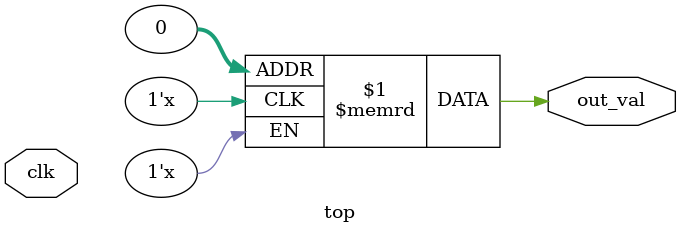
<source format=v>
`default_nettype none

module top (
	input wire clk,
	output wire out_val
);

    `ifdef COCOTB_SIM
        initial begin
            $dumpfile ("top.vcd");
            $dumpvars (0, top);
            #1;
        end
    `endif

	localparam NUM = 2;

	reg val [0:NUM-1];
	assign out_val = val[0];

endmodule

</source>
